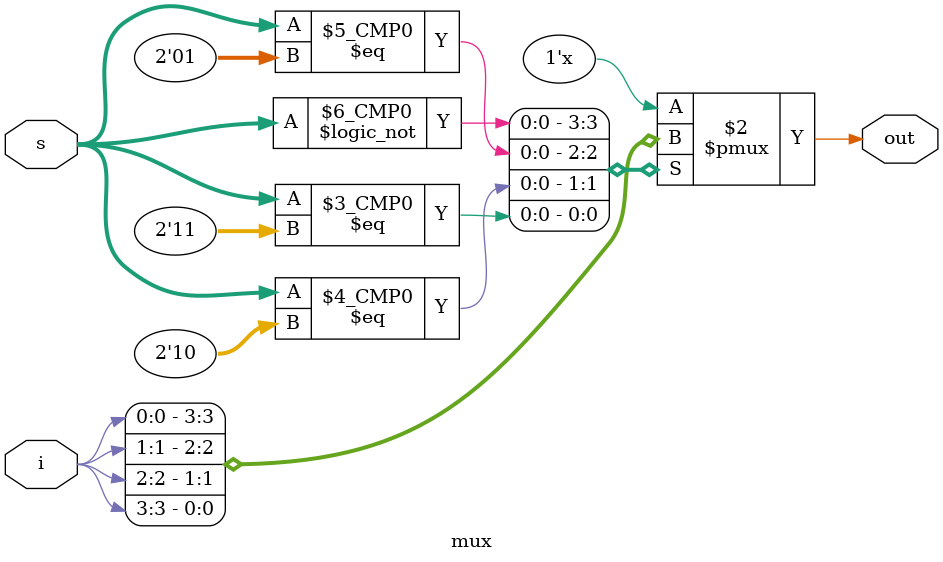
<source format=v>
`timescale 1ns / 1ps


module mux(i,s,out);
input [3:0] i;
input [1:0] s;
output reg out;

always @(*) begin
    case(s)
        2'b00:out=i[0];
        2'b01:out=i[1];
        2'b10:out=i[2];
        2'b11:out=i[3];
        default:out=0;
    endcase
    end
endmodule

</source>
